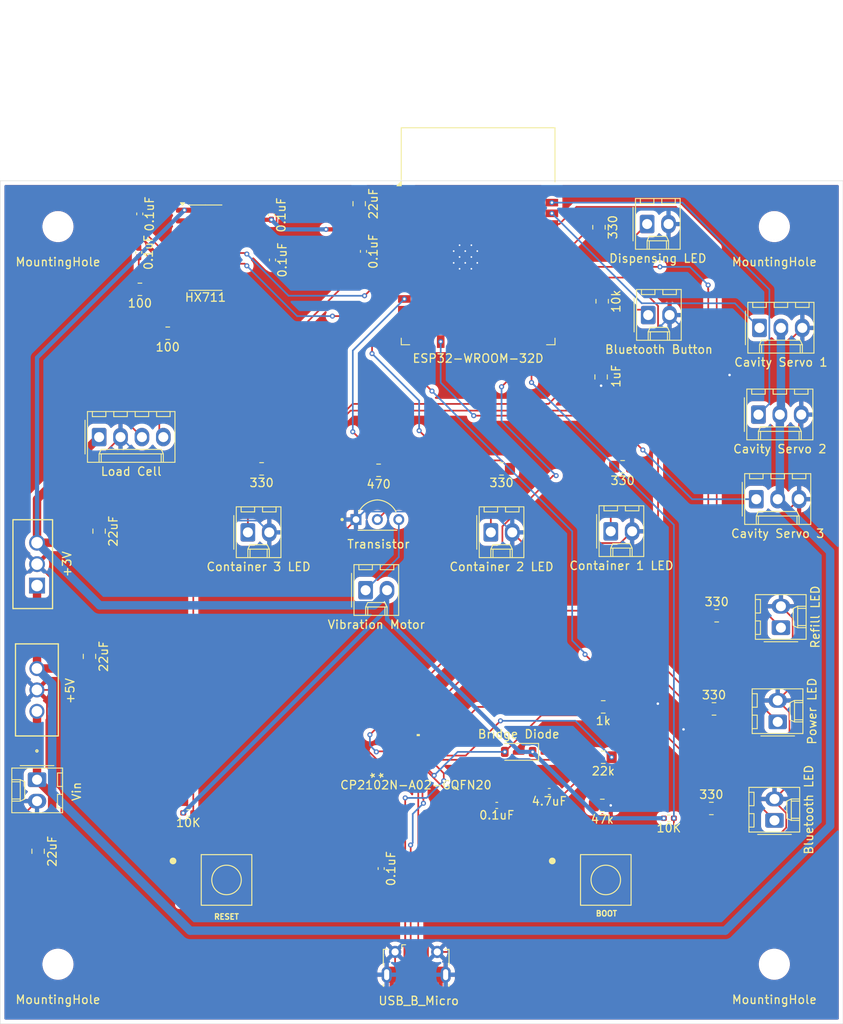
<source format=kicad_pcb>
(kicad_pcb (version 20240108) (generator "pcbnew") (generator_version "8.0")
  (layers (0 "F.Cu" signal) (31 "B.Cu" signal) (34 "B.Paste" user) (35 "F.Paste" user) (36 "B.SilkS" user "B.Silkscreen") (37 "F.SilkS" user "F.Silkscreen") (38 "B.Mask" user) (39 "F.Mask" user) (44 "Edge.Cuts" user))
  (net 0 "")
  (net 1 "GND")
  (net 2 "+3.3V")
  (net 3 "+5V")
  (net 4 "Net-(J2-Pin_1)")
  (net 5 "/Bluetooth Button")
  (net 6 "Net-(U5-VBG)")
  (net 7 "Net-(U5-INA-)")
  (net 8 "Net-(U5-INA+)")
  (net 9 "/D-")
  (net 10 "/D+")
  (net 12 "Net-(J3-Pin_1)")
  (net 13 "Net-(J4-Pin_1)")
  (net 14 "Net-(J5-Pin_1)")
  (net 15 "Net-(J6-Pin_1)")
  (net 16 "Net-(J7-Pin_1)")
  (net 17 "Net-(J8-Pin_1)")
  (net 18 "Net-(J9-Pin_1)")
  (net 19 "Net-(J10-Pin_1)")
  (net 20 "/Singal -")
  (net 21 "/Signal +")
  (net 22 "Net-(J12-Pin_1)")
  (net 23 "/Servo Signal 1")
  (net 24 "/Servo Signal 2")
  (net 25 "/Servo Signal 3")
  (net 26 "Net-(Q1-Pad2)")
  (net 27 "Net-(U1-EN)")
  (net 28 "Net-(U1-IO0)")
  (net 29 "/Power LED")
  (net 30 "/Refill LED")
  (net 31 "/Dispensing LED")
  (net 32 "/Bluetooth LED")
  (net 33 "/Container 1 LED")
  (net 34 "/Container 2 LED")
  (net 35 "/Container 3 LED")
  (net 36 "/Vibration Motor")
  (net 38 "/TXD0")
  (net 39 "/HX711 Digital Output")
  (net 45 "/RXD0")
  (net 51 "/HX711 PD_SCK")
  (net 59 "/VREGIN")
  (net 60 "Net-(D2-A)")
  (net 61 "Net-(U6-RSTB)")
  (net 62 "Net-(U6-VBUS)")
  (footprint "4-1437565-9:TE_4-1437565-9" (layer "F.Cu") (at 142.5 130)
    (property "Reference" "SW1" (hide yes))
    (property "Value" "RESET")
  )
  (footprint "Connector_Molex:Molex_KK-254_AE-6410-04A_1x04_P2.54mm_Vertical" (layer "F.Cu") (at 127.381 77.47)
    (property "Reference" "J11" (hide yes))
    (property "Value" "Load Cell")
  )
  (footprint "MountingHole:MountingHole_3.2mm_M3" (layer "F.Cu") (at 207.5 52.5)
    (property "Reference" "H2" (hide yes))
    (property "Value" "MountingHole")
  )
  (footprint "Capacitor_SMD:C_0402_1005Metric_Pad0.74x0.62mm_HandSolder" (layer "F.Cu") (at 147.955 56.4555 90)
    (property "Reference" "C10" (hide yes))
    (property "Value" "0.1uF")
  )
  (footprint "Connector_Molex:Molex_KK-254_AE-6410-02A_1x02_P2.54mm_Vertical" (layer "F.Cu") (at 188.087 88.646)
    (property "Reference" "J8" (hide yes))
    (property "Value" "Container 1 LED")
  )
  (footprint "Capacitor_SMD:C_0402_1005Metric_Pad0.74x0.62mm_HandSolder" (layer "F.Cu") (at 160.8495 128.651 90)
    (property "Reference" "C2" (hide yes))
    (property "Value" "0.1uF")
  )
  (footprint "KiCADv6 2:TO-220_ONS" (layer "F.Cu") (at 120 110 90)
    (property "Reference" "U3" (hide yes))
    (property "Value" "+5V")
  )
  (footprint "Capacitor_SMD:C_0402_1005Metric_Pad0.74x0.62mm_HandSolder" (layer "F.Cu") (at 147.828 51.1215 90)
    (property "Reference" "C11" (hide yes))
    (property "Value" "0.1uF")
  )
  (footprint "Resistor_SMD:R_0805_2012Metric_Pad1.20x1.40mm_HandSolder" (layer "F.Cu") (at 135.525 65.151)
    (property "Reference" "R13" (hide yes))
    (property "Value" "100")
  )
  (footprint "Capacitor_SMD:C_0805_2012Metric_Pad1.18x1.45mm_HandSolder" (layer "F.Cu") (at 120.142 126.5975 90)
    (property "Reference" "C5" (hide yes))
    (property "Value" "22uF")
  )
  (footprint "Connector_Molex:Molex_KK-254_AE-6410-02A_1x02_P2.54mm_Vertical" (layer "F.Cu") (at 208.28 100.076 90)
    (property "Reference" "J4" (hide yes))
    (property "Value" "Refill LED")
  )
  (footprint "Capacitor_SMD:C_0805_2012Metric_Pad1.18x1.45mm_HandSolder" (layer "F.Cu") (at 127.381 88.6245 90)
    (property "Reference" "C12" (hide yes))
    (property "Value" "22uF")
  )
  (footprint "Resistor_SMD:R_0805_2012Metric_Pad1.20x1.40mm_HandSolder" (layer "F.Cu") (at 187.198 115.443)
    (property "Reference" "R15" (hide yes))
    (property "Value" "22k")
  )
  (footprint "Package_SO:SOP-16_3.9x9.9mm_P1.27mm" (layer "F.Cu") (at 140 55)
    (property "Reference" "U5" (hide yes))
    (property "Value" "HX711")
  )
  (footprint "Capacitor_SMD:C_0805_2012Metric_Pad1.18x1.45mm_HandSolder" (layer "F.Cu") (at 158.242 49.784 90)
    (property "Reference" "C1" (hide yes))
    (property "Value" "22uF")
  )
  (footprint "Resistor_SMD:R_0805_2012Metric_Pad1.20x1.40mm_HandSolder" (layer "F.Cu") (at 175.1285 81.239)
    (property "Reference" "R9" (hide yes))
    (property "Value" "330")
  )
  (footprint "Resistor_SMD:R_0805_2012Metric_Pad1.20x1.40mm_HandSolder" (layer "F.Cu") (at 187.198 109.474)
    (property "Reference" "R14" (hide yes))
    (property "Value" "1k")
  )
  (footprint "Connector_Molex:Molex_KK-254_AE-6410-03A_1x03_P2.54mm_Vertical" (layer "F.Cu") (at 205.74 64.516)
    (property "Reference" "J13" (hide yes))
    (property "Value" "Cavity Servo 1")
  )
  (footprint "Capacitor_SMD:C_0402_1005Metric_Pad0.74x0.62mm_HandSolder" (layer "F.Cu") (at 180.7885 119.507)
    (property "Reference" "C4" (hide yes))
    (property "Value" "4.7uF")
  )
  (footprint "KiCADv6 3:QFN20_CP2102N_SIL" (layer "F.Cu") (at 165 115 90)
    (property "Reference" "U6" (hide yes))
    (property "Value" "CP2102N-A02-GQFN20")
  )
  (footprint "Resistor_SMD:R_0805_2012Metric_Pad1.20x1.40mm_HandSolder" (layer "F.Cu") (at 146.6625 81.239)
    (property "Reference" "R10" (hide yes))
    (property "Value" "330")
  )
  (footprint "Resistor_SMD:R_0805_2012Metric_Pad1.20x1.40mm_HandSolder" (layer "F.Cu") (at 200.025 121.523 180)
    (property "Reference" "R7" (hide yes))
    (property "Value" "330")
  )
  (footprint "Capacitor_SMD:C_0805_2012Metric_Pad1.18x1.45mm_HandSolder" (layer "F.Cu") (at 186.944 70.3365 -90)
    (property "Reference" "C6" (hide yes))
    (property "Value" "1uF")
  )
  (footprint "MountingHole:MountingHole_3.2mm_M3" (layer "F.Cu") (at 122.5 140)
    (property "Reference" "H3" (hide yes))
    (property "Value" "MountingHole")
  )
  (footprint "MountingHole:MountingHole_3.2mm_M3" (layer "F.Cu") (at 207.5 140)
    (property "Reference" "H4" (hide yes))
    (property "Value" "MountingHole")
  )
  (footprint "Resistor_SMD:R_0805_2012Metric_Pad1.20x1.40mm_HandSolder" (layer "F.Cu") (at 200.66 98.663 180)
    (property "Reference" "R4" (hide yes))
    (property "Value" "330")
  )
  (footprint "Resistor_SMD:R_0805_2012Metric_Pad1.20x1.40mm_HandSolder" (layer "F.Cu") (at 187.087 121.158)
    (property "Reference" "R16" (hide yes))
    (property "Value" "47k")
  )
  (footprint "Capacitor_SMD:C_0402_1005Metric_Pad0.74x0.62mm_HandSolder" (layer "F.Cu") (at 132.207 50.9945 90)
    (property "Reference" "C8" (hide yes))
    (property "Value" "0.1uF")
  )
  (footprint "Diode_SMD:D_SOD-123" (layer "F.Cu") (at 177.165 114.809 180)
    (property "Reference" "D2" (hide yes))
    (property "Value" "Bridge Diode")
  )
  (footprint "RF_Module:ESP32-WROOM-32D" (layer "F.Cu") (at 172.352 56.637)
    (property "Reference" "U1" (hide yes))
    (property "Value" "ESP32-WROOM-32D")
  )
  (footprint "Capacitor_SMD:C_0402_1005Metric_Pad0.74x0.62mm_HandSolder" (layer "F.Cu") (at 174.5655 121.158)
    (property "Reference" "C13" (hide yes))
    (property "Value" "0.1uF")
  )
  (footprint "2N2222A:TO92254P470H750-3" (layer "F.Cu") (at 160.401 84.919)
    (property "Reference" "Q1" (hide yes))
    (property "Value" "Transistor")
  )
  (footprint "Resistor_SMD:R_0805_2012Metric_Pad1.20x1.40mm_HandSolder" (layer "F.Cu") (at 160.544 81.407)
    (property "Reference" "R11" (hide yes))
    (property "Value" "470")
  )
  (footprint "4-1437565-9:TE_4-1437565-9" (layer "F.Cu") (at 187.5 130)
    (property "Reference" "SW2" (hide yes))
    (property "Value" "BOOT")
  )
  (footprint "Capacitor_SMD:C_0402_1005Metric_Pad0.74x0.62mm_HandSolder" (layer "F.Cu") (at 158.75 55.4395 90)
    (property "Reference" "C3" (hide yes))
    (property "Value" "0.1uF")
  )
  (footprint "Resistor_SMD:R_0402_1005Metric_Pad0.72x0.64mm_HandSolder" (layer "F.Cu") (at 137.9595 122.047)
    (property "Reference" "R1" (hide yes))
    (property "Value" "10K")
  )
  (footprint "Connector_Molex:Molex_KK-254_AE-6410-03A_1x03_P2.54mm_Vertical" (layer "F.Cu") (at 205.613 74.803)
    (property "Reference" "J14" (hide yes))
    (property "Value" "Cavity Servo 2")
  )
  (footprint "Connector_Molex:Molex_KK-254_AE-6410-02A_1x02_P2.54mm_Vertical" (layer "F.Cu") (at 192.532 62.992)
    (property "Reference" "J6" (hide yes))
    (property "Value" "Bluetooth Button")
  )
  (footprint "Resistor_SMD:R_0805_2012Metric_Pad1.20x1.40mm_HandSolder" (layer "F.Cu") (at 200.341 109.7145 180)
    (property "Reference" "R3" (hide yes))
    (property "Value" "330")
  )
  (footprint "Connector_Molex:Molex_KK-254_AE-6410-02A_1x02_P2.54mm_Vertical" (layer "F.Cu") (at 192.405 52.197)
    (property "Reference" "J5" (hide yes))
    (property "Value" "Dispensing LED")
  )
  (footprint "Resistor_SMD:R_0805_2012Metric_Pad1.20x1.40mm_HandSolder" (layer "F.Cu") (at 132.223 59.944)
    (property "Reference" "R12" (hide yes))
    (property "Value" "100")
  )
  (footprint "MountingHole:MountingHole_3.2mm_M3" (layer "F.Cu") (at 122.5 52.5)
    (property "Reference" "H1" (hide yes))
    (property "Value" "MountingHole")
  )
  (footprint "Resistor_SMD:R_0805_2012Metric_Pad1.20x1.40mm_HandSolder" (layer "F.Cu") (at 187.071 61.357 90)
    (property "Reference" "R6" (hide yes))
    (property "Value" "10k")
  )
  (footprint "KiCADv6:T03B" (layer "F.Cu") (at 118.999 90 90)
    (property "Reference" "U4" (hide yes))
    (property "Value" "+3V")
  )
  (footprint "Connector_Molex:Molex_KK-254_AE-6410-03A_1x03_P2.54mm_Vertical" (layer "F.Cu") (at 205.359 84.836)
    (property "Reference" "J15" (hide yes))
    (property "Value" "Cavity Servo 3")
  )
  (footprint "Resistor_SMD:R_0805_2012Metric_Pad1.20x1.40mm_HandSolder" (layer "F.Cu") (at 186.69 52.578 90)
    (property "Reference" "R5" (hide yes))
    (property "Value" "330")
  )
  (footprint "Resistor_SMD:R_0805_2012Metric_Pad1.20x1.40mm_HandSolder" (layer "F.Cu") (at 189.4975 80.985)
    (property "Reference" "R8" (hide yes))
    (property "Value" "330")
  )
  (footprint "Connector_Molex:Molex_KK-254_AE-6410-02A_1x02_P2.54mm_Vertical" (layer "F.Cu") (at 207.899 111.252 90)
    (property "Reference" "J3" (hide yes))
    (property "Value" "Power LED")
  )
  (footprint "Connector_Molex:Molex_KK-254_AE-6410-02A_1x02_P2.54mm_Vertical" (layer "F.Cu") (at 145.034 88.773)
    (property "Reference" "J10" (hide yes))
    (property "Value" "Container 3 LED")
  )
  (footprint "Connector_Molex:Molex_KK-254_AE-6410-02A_1x02_P2.54mm_Vertical" (layer "F.Cu") (at 120.015 118.11 -90)
    (property "Reference" "J2" (hide yes))
    (property "Value" "Vin")
  )
  (footprint "Resistor_SMD:R_0402_1005Metric_Pad0.72x0.64mm_HandSolder" (layer "F.Cu") (at 194.9825 122.682)
    (property "Reference" "R2" (hide yes))
    (property "Value" "10K")
  )
  (footprint "Connector_USB:USB_Micro-B_Molex-105017-0001" (layer "F.Cu") (at 165 140)
    (property "Reference" "J1" (hide yes))
    (property "Value" "USB_B_Micro")
  )
  (footprint "Capacitor_SMD:C_0805_2012Metric_Pad1.18x1.45mm_HandSolder" (layer "F.Cu") (at 126.238 103.4835 90)
    (property "Reference" "C7" (hide yes))
    (property "Value" "22uF")
  )
  (footprint "Capacitor_SMD:C_0402_1005Metric_Pad0.74x0.62mm_HandSolder" (layer "F.Cu") (at 132.08 55.5665 90)
    (property "Reference" "C9" (hide yes))
    (property "Value" "0.1uF")
  )
  (footprint "Connector_Molex:Molex_KK-254_AE-6410-02A_1x02_P2.54mm_Vertical" (layer "F.Cu") (at 159.004 95.631)
    (property "Reference" "J12" (hide yes))
    (property "Value" "Vibration Motor")
  )
  (footprint "Connector_Molex:Molex_KK-254_AE-6410-02A_1x02_P2.54mm_Vertical" (layer "F.Cu") (at 173.863 88.773)
    (property "Reference" "J9" (hide yes))
    (property "Value" "Container 2 LED")
  )
  (footprint "Connector_Molex:Molex_KK-254_AE-6410-02A_1x02_P2.54mm_Vertical" (layer "F.Cu") (at 207.518 122.936 90)
    (property "Reference" "J7" (hide yes))
    (property "Value" "Bluetooth LED")
  )
  (gr_rect (start 115.646 47.066) (end 215.646 147.066) (stroke (width 0.05)) (fill none) (layer "Edge.Cuts"))
  (segment (start 133.335 127.635) (end 137.95 132.25) (width 0.2) (layer "F.Cu") (net 1))
  (segment (start 175.133 124.433) (end 182.95 132.25) (width 0.2) (layer "F.Cu") (net 1))
  (segment (start 210.439 84.836) (end 210.439 75.057) (width 0.2) (layer "F.Cu") (net 1))
  (segment (start 162.5 138.5375) (end 162.5 140.8375) (width 0.2) (layer "F.Cu") (net 1))
  (segment (start 147.955 55.888) (end 148.438 55.405) (width 0.2) (layer "F.Cu") (net 1))
  (segment (start 131.953 105.029) (end 131.953 110.363) (width 0.2) (layer "F.Cu") (net 1))
  (segment (start 127.381 87.587) (end 127.381 80.01) (width 0.2) (layer "F.Cu") (net 1))
  (segment (start 137.5 55.635) (end 137.5 54.365) (width 0.2) (layer "F.Cu") (net 1))
  (segment (start 121.557 107.46) (end 120 107.46) (width 0.2) (layer "F.Cu") (net 1))
  (segment (start 194.945 62.865) (end 195.072 62.992) (width 0.2) (layer "F.Cu") (net 1))
  (segment (start 147.574 102.956529) (end 161.720871 117.1034) (width 0.2) (layer "F.Cu") (net 1))
  (segment (start 156.337 88.773) (end 157.861 87.249) (width 0.2) (layer "F.Cu") (net 1))
  (segment (start 137.5 54.365) (end 138.499999 54.365) (width 0.2) (layer "F.Cu") (net 1))
  (segment (start 166.3 138.5375) (end 166.3 136.849) (width 0.2) (layer "F.Cu") (net 1))
  (segment (start 210.693 74.803) (end 210.693 64.643) (width 0.2) (layer "F.Cu") (net 1))
  (segment (start 168.5 139.5375) (end 167.5 138.5375) (width 0.2) (layer "F.Cu") (net 1))
  (segment (start 137.95 132.25) (end 147.05 132.25) (width 0.2) (layer "F.Cu") (net 1))
  (segment (start 166.642 60.317) (end 170.852 56.107) (width 0.2) (layer "F.Cu") (net 1))
  (segment (start 170.899 132.25) (end 182.95 132.25) (width 0.2) (layer "F.Cu") (net 1))
  (segment (start 177.671 90.041) (end 189.232 90.041) (width 0.2) (layer "F.Cu") (net 1))
  (segment (start 176.6625 138.5375) (end 182.95 132.25) (width 0.2) (layer "F.Cu") (net 1))
  (segment (start 196.723 112.141) (end 193.675 109.093) (width 0.2) (layer "F.Cu") (net 1))
  (segment (start 129.921 77.47) (end 129.921 52.713) (width 0.2) (layer "F.Cu") (net 1))
  (segment (start 181.356 119.126) (end 180.467 118.237) (width 0.2) (layer "F.Cu") (net 1))
  (segment (start 165.677063 113.676126) (end 165.750189 113.603) (width 0.2) (layer "F.Cu") (net 1))
  (segment (start 137.5 55.635) (end 139.589448 55.635) (width 0.2) (layer "F.Cu") (net 1))
  (segment (start 168.5 141.2375) (end 168.5 139.5375) (width 0.2) (layer "F.Cu") (net 1))
  (segment (start 118.935256 126.428256) (end 120.142 127.635) (width 0.2) (layer "F.Cu") (net 1))
  (segment (start 210.693 64.643) (end 210.82 64.516) (width 0.2) (layer "F.Cu") (net 1))
  (segment (start 118.935256 121.729744) (end 118.935256 126.428256) (width 0.2) (layer "F.Cu") (net 1))
  (segment (start 209.675 106.936) (end 209.675 98.931) (width 0.2) (layer "F.Cu") (net 1))
  (segment (start 207.518 120.686256) (end 208.913 122.081256) (width 0.2) (layer "F.Cu") (net 1))
  (segment (start 129.921 98.763) (end 129.921 77.47) (width 0.2) (layer "F.Cu") (net 1))
  (segment (start 136.145 54.365) (end 137.5 54.365) (width 0.2) (layer "F.Cu") (net 1))
  (segment (start 126.238 102.446) (end 129.37 102.446) (width 0.2) (layer "F.Cu") (net 1))
  (segment (start 164.676811 117.1034) (end 164.749937 117.030274) (width 0.2) (layer "F.Cu") (net 1))
  (segment (start 165.677063 114.322937) (end 165.677063 113.676126) (width 0.2) (layer "F.Cu") (net 1))
  (segment (start 128.524 113.792) (end 127.889 113.792) (width 0.2) (layer "F.Cu") (net 1))
  (segment (start 164.749937 117.030274) (end 164.749937 116.397) (width 0.2) (layer "F.Cu") (net 1))
  (segment (start 162.8355 48.7465) (end 158.242 48.7465) (width 0.2) (layer "F.Cu") (net 1))
  (segment (start 164.749937 116.397) (end 164.749937 115.250063) (width 0.2) (layer "F.Cu") (net 1))
  (segment (start 209.294 110.107) (end 207.899 108.712) (width 0.2) (layer "F.Cu") (net 1))
  (segment (start 164.532 48.387) (end 163.602 48.387) (width 0.2) (layer "F.Cu") (net 1))
  (segment (start 166.642 66.147) (end 166.642 60.317) (width 0.2) (layer "F.Cu") (net 1))
  (segment (start 147.955 55.888) (end 148.565 56.498) (width 0.2) (layer "F.Cu") (net 1))
  (segment (start 147.574 88.773) (end 147.574 102.956529) (width 0.2) (layer "F.Cu") (net 1))
  (segment (start 156.2125 132.25) (end 162.5 138.5375) (width 0.2) (layer "F.Cu") (net 1))
  (segment (start 126.238 102.446) (end 129.921 98.763) (width 0.2) (layer "F.Cu") (net 1))
  (segment (start 129.37 102.446) (end 131.953 105.029) (width 0.2) (layer "F.Cu") (net 1))
  (segment (start 205.232 70.104) (end 210.82 64.516) (width 0.2) (layer "F.Cu") (net 1))
  (segment (start 166 141.2375) (end 168.5 141.2375) (width 0.2) (layer "F.Cu") (net 1))
  (segment (start 164.749937 115.250063) (end 165 115) (width 0.2) (layer "F.Cu") (net 1))
  (segment (start 209.675 98.931) (end 208.28 97.536) (width 0.2) (layer "F.Cu") (net 1))
  (segment (start 142.129448 58.175) (end 142.5 58.175) (width 0.2) (layer "F.Cu") (net 1))
  (segment (start 180.467 118.237) (end 178.054 118.237) (width 0.2) (layer "F.Cu") (net 1))
  (segment (start 148.438 51.164) (end 147.828 50.554) (width 0.2) (layer "F.Cu") (net 1))
  (segment (start 209.294 118.62) (end 209.294 110.107) (width 0.2) (layer "F.Cu") (net 1))
  (segment (start 178.054 118.237) (end 175.133 121.158) (width 0.2) (layer "F.Cu") (net 1))
  (segment (start 166.3 136.849) (end 170.899 132.25) (width 0.2) (layer "F.Cu") (net 1))
  (segment (start 164.749937 117.030274) (end 149.530211 132.25) (width 0.2) (layer "F.Cu") (net 1))
  (segment (start 146.549 59.445) (end 142.5 59.445) (width 0.2) (layer "F.Cu") (net 1))
  (segment (start 163.195 48.387) (end 162.8355 48.7465) (width 0.2) (layer "F.Cu") (net 1))
  (segment (start 207.518 120.396) (end 207.518 120.686256) (width 0.2) (layer "F.Cu") (net 1))
  (segment (start 181.356 119.507) (end 181.356 119.126) (width 0.2) (layer "F.Cu") (net 1))
  (segment (start 164 141.2375) (end 166 141.2375) (width 0.2) (layer "F.Cu") (net 1))
  (segment (start 167.5 138.5375) (end 176.6625 138.5375) (width 0.2) (layer "F.Cu") (net 1))
  (segment (start 178.572 48.387) (end 181.102 48.387) (width 0.2) (layer "F.Cu") (net 1))
  (segment (start 139.769999 53.095) (end 142.5 53.095) (width 0.2) (layer "F.Cu") (net 1))
  (segment (start 182.95 132.25) (end 192.05 132.25) (width 0.2) (layer "F.Cu") (net 1))
  (segment (start 161.5 141.2375) (end 168.5 141.2375) (width 0.2) (layer "F.Cu") (net 1))
  (segment (start 120.015 92.54) (end 126.238 98.763) (width 0.2) (layer "F.Cu") (net 1))
  (segment (start 151.2165 128.0835) (end 147.05 132.25) (width 0.2) (layer "F.Cu") (net 1))
  (segment (start 162.1 141.2375) (end 164 141.2375) (width 0.2) (layer "F.Cu") (net 1))
  (segment (start 129.921 52.713) (end 132.207 50.427) (width 0.2) (layer "F.Cu") (net 1))
  (segment (start 147.05 132.25) (end 156.2125 132.25) (width 0.2) (layer "F.Cu") (net 1))
  (segment (start 170.852 56.107) (end 178.572 48.387) (width 0.2) (layer "F.Cu") (net 1))
  (segment (start 161.720871 117.1034) (end 164.676811 117.1034) (width 0.2) (layer "F.Cu") (net 1))
  (segment (start 127.889 113.792) (end 121.557 107.46) (width 0.2) (layer "F.Cu") (net 1))
  (segment (start 208.913 123.790744) (end 200.453744 132.25) (width 0.2) (layer "F.Cu") (net 1))
  (segment (start 207.518 120.396) (end 209.294 118.62) (width 0.2) (layer "F.Cu") (net 1))
  (segment (start 121.189 115.489) (end 137.95 132.25) (width 0.2) (layer "F.Cu") (net 1))
  (segment (start 208.913 122.081256) (end 208.913 123.790744) (width 0.2) (layer "F.Cu") (net 1))
  (segment (start 142.5 58.175) (end 142.5 59.445) (width 0.2) (layer "F.Cu") (net 1))
  (segment (start 120.142 127.635) (end 133.335 127.635) (width 0.2) (layer "F.Cu") (net 1))
  (segment (start 208.28 86.995) (end 210.439 84.836) (width 0.2) (layer "F.Cu") (net 1))
  (segment (start 149.530211 132.25) (end 147.05 132.25) (width 0.2) (layer "F.Cu") (net 1))
  (segment (start 200.453744 132.25) (end 192.05 132.25) (width 0.2) (layer "F.Cu") (net 1))
  (segment (start 156.4345 50.554) (end 158.242 48.7465) (width 0.2) (layer "F.Cu") (net 1))
  (segment (start 176.403 88.773) (end 177.671 90.041) (width 0.2) (layer "F.Cu") (net 1))
  (segment (start 132.207 50.427) (end 136.145 54.365) (width 0.2) (layer "F.Cu") (net 1))
  (segment (start 120 107.46) (end 121.189 108.649) (width 0.2) (layer "F.Cu") (net 1))
  (segment (start 207.899 108.712) (end 209.675 106.936) (width 0.2) (layer "F.Cu") (net 1))
  (segment (start 160.8495 128.0835) (end 151.2165 128.0835) (width 0.2) (layer "F.Cu") (net 1))
  (segment (start 147.828 50.554) (end 156.4345 50.554) (width 0.2) (layer "F.Cu") (net 1))
  (segment (start 127.381 80.01) (end 129.921 77.47) (width 0.2) (layer "F.Cu") (net 1))
  (segment (start 170.852 54.707) (end 164.532 48.387) (width 0.2) (layer "F.Cu") (net 1))
  (segment (start 189.232 90.041) (end 190.627 88.646) (width 0.2) (layer "F.Cu") (net 1))
  (segment (start 194.945 52.197) (end 194.945 62.865) (width 0.2) (layer "F.Cu") (net 1))
  (segment (start 148.565 56.498) (end 148.565 57.429) (width 0.2) (layer "F.Cu") (net 1))
  (segment (start 120.015 120.65) (end 118.935256 121.729744) (width 0.2) (layer "F.Cu") (net 1))
  (segment (start 202.184 70.104) (end 205.232 70.104) (width 0.2) (layer "F.Cu") (net 1))
  (segment (start 131.953 110.363) (end 128.524 113.792) (width 0.2) (layer "F.Cu") (net 1))
  (segment (start 126.238 98.763) (end 126.238 102.446) (width 0.2) (layer "F.Cu") (net 1))
  (segment (start 148.438 55.405) (end 148.438 51.164) (width 0.2) (layer "F.Cu") (net 1))
  (segment (start 163.602 48.387) (end 163.195 48.387) (width 0.2) (layer "F.Cu") (net 1))
  (segment (start 139.589448 55.635) (end 142.129448 58.175) (width 0.2) (layer "F.Cu") (net 1))
  (segment (start 161.5 141.2375) (end 162.1 141.2375) (width 0.2) (layer "F.Cu") (net 1))
  (segment (start 138.499999 54.365) (end 139.769999 53.095) (width 0.2) (layer "F.Cu") (net 1))
  (segment (start 165 115) (end 165.677063 114.322937) (width 0.2) (layer "F.Cu") (net 1))
  (segment (start 121.189 108.649) (end 121.189 115.489) (width 0.2) (layer "F.Cu") (net 1))
  (segment (start 175.133 121.158) (end 175.133 124.433) (width 0.2) (layer "F.Cu") (net 1))
  (segment (start 210.439 75.057) (end 210.693 74.803) (width 0.2) (layer "F.Cu") (net 1))
  (segment (start 162.5 140.8375) (end 162.1 141.2375) (width 0.2) (layer "F.Cu") (net 1))
  (segment (start 148.971 54.872) (end 147.955 55.888) (width 0.2) (layer "F.Cu") (net 1))
  (segment (start 142.5 53.095) (end 142.5 51.825) (width 0.2) (layer "F.Cu") (net 1))
  (segment (start 147.574 88.773) (end 156.337 88.773) (width 0.2) (layer "F.Cu") (net 1))
  (segment (start 148.565 57.429) (end 146.549 59.445) (width 0.2) (layer "F.Cu") (net 1))
  (segment (start 158.75 54.872) (end 148.971 54.872) (width 0.2) (layer "F.Cu") (net 1))
  (segment (start 208.28 97.536) (end 208.28 86.995) (width 0.2) (layer "F.Cu") (net 1))
  (via (at 196.723 112.141) (size 0.6) (drill 0.3) (layers "F.Cu" "B.Cu") (net 1))
  (via (at 186.944 71.374) (size 0.6) (drill 0.3) (layers "F.Cu" "B.Cu") (net 1))
  (via (at 188.087 121.158) (size 0.6) (drill 0.3) (layers "F.Cu" "B.Cu") (net 1))
  (via (at 202.184 70.104) (size 0.6) (drill 0.3) (layers "F.Cu" "B.Cu") (net 1))
  (via (at 193.675 109.093) (size 0.6) (drill 0.3) (layers "F.Cu" "B.Cu") (net 1))
  (segment (start 191.135 109.093) (end 189.992 110.236) (width 0.2) (layer "B.Cu") (net 1))
  (segment (start 173.93 86.3) (end 158.81 86.3) (width 0.2) (layer "B.Cu") (net 1))
  (segment (start 193.675 109.093) (end 191.135 109.093) (width 0.2) (layer "B.Cu") (net 1))
  (segment (start 204.978 120.396) (end 196.723 112.141) (width 0.2) (layer "B.Cu") (net 1))
  (segment (start 158.81 86.3) (end 157.861 87.249) (width 0.2) (layer "B.Cu") (net 1))
  (segment (start 139.829 87.378) (end 146.179 87.378) (width 0.2) (layer "B.Cu") (net 1))
  (segment (start 189.992 119.253) (end 188.087 121.158) (width 0.2) (layer "B.Cu") (net 1))
  (segment (start 195.072 62.992) (end 202.184 70.104) (width 0.2) (layer "B.Cu") (net 1))
  (segment (start 195.072 63.246) (end 186.944 71.374) (width 0.2) (layer "B.Cu") (net 1))
  (segment (start 207.518 120.396) (end 204.978 120.396) (width 0.2) (layer "B.Cu") (net 1))
  (segment (start 176.403 88.773) (end 173.93 86.3) (width 0.2) (layer "B.Cu") (net 1))
  (segment (start 129.921 77.47) (end 139.829 87.378) (width 0.2) (layer "B.Cu") (net 1))
  (segment (start 146.179 87.378) (end 147.574 88.773) (width 0.2) (layer "B.Cu") (net 1))
  (segment (start 195.072 62.992) (end 195.072 63.246) (width 0.2) (layer "B.Cu") (net 1))
  (segment (start 189.992 110.236) (end 189.992 119.253) (width 0.2) (layer "B.Cu") (net 1))
  (segment (start 159.435 55.322) (end 158.75 56.007) (width 0.35) (layer "F.Cu") (net 2))
  (segment (start 147.645 57.023) (end 143.95 53.328) (width 0.5) (layer "F.Cu") (net 2))
  (segment (start 137.5 50.555) (end 142.5 50.555) (width 0.2) (layer "F.Cu") (net 2))
  (segment (start 158.242 50.8215) (end 156.2315 52.832) (width 0.5) (layer "F.Cu") (net 2))
  (segment (start 120.015 90) (end 120.015 84.836) (width 1) (layer "F.Cu") (net 2))
  (segment (start 147.955 57.023) (end 147.645 57.023) (width 0.5) (layer "F.Cu") (net 2))
  (segment (start 127.043 90) (end 127.381 89.662) (width 1) (layer "F.Cu") (net 2))
  (segment (start 138.499999 53.095) (end 141.039999 50.555) (width 0.2) (layer "F.Cu") (net 2))
  (segment (start 158.242 50.8215) (end 159.435 52.0145) (width 0.35) (layer "F.Cu") (net 2))
  (segment (start 120.015 90) (end 127.043 90) (width 1) (layer "F.Cu") (net 2))
  (segment (start 143.499999 50.555) (end 142.5 50.555) (width 0.5) (layer "F.Cu") (net 2))
  (segment (start 137.5 53.095) (end 138.499999 53.095) (width 0.2) (layer "F.Cu") (net 2))
  (segment (start 143.082684 50.555) (end 142.5 50.555) (width 0.5) (layer "F.Cu") (net 2))
  (segment (start 147.828 51.689) (end 144.216684 51.689) (width 0.5) (layer "F.Cu") (net 2))
  (segment (start 141.039999 50.555) (end 142.5 50.555) (width 0.2) (layer "F.Cu") (net 2))
  (segment (start 143.95 53.328) (end 143.95 51.005001) (width 0.5) (layer "F.Cu") (net 2))
  (segment (start 159.4065 49.657) (end 163.602 49.657) (width 0.5) (layer "F.Cu") (net 2))
  (segment (start 120.015 84.836) (end 127.381 77.47) (width 1) (layer "F.Cu") (net 2))
  (segment (start 159.435 52.0145) (end 159.435 55.322) (width 0.35) (layer "F.Cu") (net 2))
  (segment (start 144.216684 51.689) (end 143.082684 50.555) (width 0.5) (layer "F.Cu") (net 2))
  (segment (start 143.95 51.005001) (end 143.499999 50.555) (width 0.5) (layer "F.Cu") (net 2))
  (segment (start 156.2315 52.832) (end 154.305 52.832) (width 0.5) (layer "F.Cu") (net 2))
  (segment (start 158.242 50.8215) (end 159.4065 49.657) (width 0.5) (layer "F.Cu") (net 2))
  (via (at 137.5 50.555) (size 0.6) (drill 0.3) (layers "F.Cu" "B.Cu") (net 2))
  (via (at 137.362 122.047) (size 0.6) (drill 0.3) (layers "F.Cu" "B.Cu") (net 2))
  (via (at 194.385 122.682) (size 0.6) (drill 0.3) (layers "F.Cu" "B.Cu") (net 2))
  (via (at 147.828 51.689) (size 0.6) (drill 0.3) (layers "F.Cu" "B.Cu") (net 2))
  (via (at 178.815 114.809) (size 0.6) (drill 0.3) (layers "F.Cu" "B.Cu") (net 2))
  (via (at 154.305 52.832) (size 0.6) (drill 0.3) (layers "F.Cu" "B.Cu") (net 2))
  (segment (start 120.015 90) (end 127.441 97.426) (width 1) (layer "B.Cu") (net 2))
  (segment (start 148.971 52.832) (end 147.828 51.689) (width 0.5) (layer "B.Cu") (net 2))
  (segment (start 120.015 90) (end 120.015 68.04) (width 0.5) (layer "B.Cu") (net 2))
  (segment (start 177.275786 114.809) (end 178.815 114.809) (width 0.5) (layer "B.Cu") (net 2))
  (segment (start 161.544 99.077214) (end 177.275786 114.809) (width 0.5) (layer "B.Cu") (net 2))
  (segment (start 120.015 68.04) (end 137.5 50.555) (width 0.5) (layer "B.Cu") (net 2))
  (segment (start 161.544 95.90643) (end 161.544 95.631) (width 1) (layer "B.Cu") (net 2))
  (segment (start 161.544 95.631) (end 161.544 97.865) (width 0.5) (layer "B.Cu") (net 2))
  (segment (start 161.544 95.631) (end 161.544 99.077214) (width 0.5) (layer "B.Cu") (net 2))
  (segment (start 160.02443 97.426) (end 161.544 95.90643) (width 1) (layer "B.Cu") (net 2))
  (segment (start 154.305 52.832) (end 148.971 52.832) (width 0.5) (layer "B.Cu") (net 2))
  (segment (start 127.441 97.426) (end 160.02443 97.426) (width 1) (layer "B.Cu") (net 2))
  (segment (start 161.544 97.865) (end 137.362 122.047) (width 0.5) (layer "B.Cu") (net 2))
  (segment (start 186.688 122.682) (end 194.385 122.682) (width 0.5) (layer "B.Cu") (net 2))
  (segment (start 178.815 114.809) (end 186.688 122.682) (width 0.5) (layer "B.Cu") (net 2))
  (segment (start 120.015 104.905) (end 120 104.92) (width 1) (layer "F.Cu") (net 3))
  (segment (start 120 104.92) (end 125.839 104.92) (width 1) (layer "F.Cu") (net 3))
  (segment (start 120.015 95.08) (end 120.015 104.905) (width 1) (layer "F.Cu") (net 3))
  (segment (start 125.839 104.92) (end 126.238 104.521) (width 1) (layer "F.Cu") (net 3))
  (segment (start 121.81 106.73) (end 121.81 119.651) (width 1) (layer "B.Cu") (net 3))
  (segment (start 120 104.92) (end 121.81 106.73) (width 1) (layer "B.Cu") (net 3))
  (segment (start 208.28 64.516) (end 208.28 74.676) (width 1) (layer "B.Cu") (net 3))
  (segment (start 208.28 74.676) (end 208.153 74.803) (width 1) (layer "B.Cu") (net 3))
  (segment (start 201.676 136.017) (end 214.122 123.571) (width 1) (layer "B.Cu") (net 3))
  (segment (start 138.176 136.017) (end 201.676 136.017) (width 1) (layer "B.Cu") (net 3))
  (segment (start 208.153 84.582) (end 207.899 84.836) (width 1) (layer "B.Cu") (net 3))
  (segment (start 208.153 74.803) (end 208.153 84.582) (width 1) (layer "B.Cu") (net 3))
  (segment (start 214.122 91.059) (end 207.899 84.836) (width 1) (layer "B.Cu") (net 3))
  (segment (start 214.122 123.571) (end 214.122 91.059) (width 1) (layer "B.Cu") (net 3))
  (segment (start 121.81 119.651) (end 138.176 136.017) (width 1) (layer "B.Cu") (net 3))
  (segment (start 121.81 123.892) (end 120.142 125.56) (width 1) (layer "F.Cu") (net 4))
  (segment (start 120.015 118.11) (end 121.81 119.905) (width 1) (layer "F.Cu") (net 4))
  (segment (start 120.015 118.11) (end 120.015 110.015) (width 1) (layer "F.Cu") (net 4))
  (segment (start 120.015 110.015) (end 120 110) (width 1) (layer "F.Cu") (net 4))
  (segment (start 121.81 119.905) (end 121.81 123.892) (width 1) (layer "F.Cu") (net 4))
  (segment (start 187.071 60.357) (end 186.341 61.087) (width 0.2) (layer "F.Cu") (net 5))
  (segment (start 186.944 66.399) (end 181.632 61.087) (width 0.2) (layer "F.Cu") (net 5))
  (segment (start 186.341 61.087) (end 181.102 61.087) (width 0.2) (layer "F.Cu") (net 5))
  (segment (start 181.632 61.087) (end 181.102 61.087) (width 0.2) (layer "F.Cu") (net 5))
  (segment (start 186.944 69.299) (end 186.944 66.399) (width 0.2) (layer "F.Cu") (net 5))
  (segment (start 132.207 52.611999) (end 136.500001 56.905) (width 0.2) (layer "F.Cu") (net 6))
  (segment (start 132.207 51.562) (end 132.207 52.611999) (width 0.2) (layer "F.Cu") (net 6))
  (segment (start 136.500001 56.905) (end 137.5 56.905) (width 0.2) (layer "F.Cu") (net 6))
  (segment (start 136.525 65.151) (end 138.8 62.876) (width 0.2) (layer "F.Cu") (net 7))
  (segment (start 135.256 58.175) (end 137.5 58.175) (width 0.2) (layer "F.Cu") (net 7))
  (segment (start 138.185 58.175) (end 137.5 58.175) (width 0.2) (layer "F.Cu") (net 7))
  (segment (start 132.08 54.999) (end 135.256 58.175) (width 0.2) (layer "F.Cu") (net 7))
  (segment (start 138.8 62.876) (end 138.8 58.79) (width 0.2) (layer "F.Cu") (net 7))
  (segment (start 138.8 58.79) (end 138.185 58.175) (width 0.2) (layer "F.Cu") (net 7))
  (segment (start 133.223 59.944) (end 137.001 59.944) (width 0.2) (layer "F.Cu") (net 8))
  (segment (start 132.08 58.801) (end 133.223 59.944) (width 0.2) (layer "F.Cu") (net 8))
  (segment (start 137.001 59.944) (end 137.5 59.445) (width 0.2) (layer "F.Cu") (net 8))
  (segment (start 132.08 56.134) (end 132.08 58.801) (width 0.2) (layer "F.Cu") (net 8))
  (segment (start 164.35 138.5375) (end 164.35 125.869) (width 0.2) (layer "F.Cu") (net 9))
  (segment (start 164.35 125.869) (end 164.338 125.857) (width 0.2) (layer "F.Cu") (net 9))
  (segment (start 165.862 120.396) (end 165.750189 120.284189) (width 0.2) (layer "F.Cu") (net 9))
  (segment (start 165.862 120.904) (end 165.862 120.396) (width 0.2) (layer "F.Cu") (net 9))
  (segment (start 165.750189 120.284189) (end 165.750189 116.397) (width 0.2) (layer "F.Cu") (net 9))
  (via (at 164.338 125.857) (size 0.6) (drill 0.3) (layers "F.Cu" "B.Cu") (net 9))
  (via (at 165.862 120.904) (size 0.6) (drill 0.3) (layers "F.Cu" "B.Cu") (net 9))
  (segment (start 164.338 125.857) (end 164.592 125.603) (width 0.2) (layer "B.Cu") (net 9))
  (segment (start 164.592 125.603) (end 164.592 122.174) (width 0.2) (layer "B.Cu") (net 9))
  (segment (start 164.592 122.174) (end 165.862 120.904) (width 0.2) (layer "B.Cu") (net 9))
  (segment (start 165 137.812563) (end 165 138.5375) (width 0.2) (layer "F.Cu") (net 10))
  (segment (start 165.250063 116.397) (end 165.250063 137.5625) (width 0.2) (layer "F.Cu") (net 10))
  (segment (start 165.250063 137.5625) (end 165 137.812563) (width 0.2) (layer "F.Cu") (net 10))
  (segment (start 206.3615 109.7145) (end 207.899 111.252) (width 0.2) (layer "F.Cu") (net 12))
  (segment (start 201.341 109.7145) (end 206.3615 109.7145) (width 0.2) (layer "F.Cu") (net 12))
  (segment (start 206.867 98.663) (end 208.28 100.076) (width 0.2) (layer "F.Cu") (net 13))
  (segment (start 201.66 98.663) (end 206.867 98.663) (width 0.2) (layer "F.Cu") (net 13))
  (segment (start 186.69 53.578) (end 191.024 53.578) (width 0.2) (layer "F.Cu") (net 14))
  (segment (start 191.024 53.578) (end 192.405 52.197) (width 0.2) (layer "F.Cu") (net 14))
  (segment (start 191.897 62.357) (end 192.532 62.992) (width 0.2) (layer "F.Cu") (net 15))
  (segment (start 187.071 62.357) (end 191.897 62.357) (width 0.2) (layer "F.Cu") (net 15))
  (segment (start 201.025 121.523) (end 206.105 121.523) (width 0.2) (layer "F.Cu") (net 16))
  (segment (start 206.105 121.523) (end 207.518 122.936) (width 0.2) (layer "F.Cu") (net 16))
  (segment (start 188.087 88.646) (end 188.087 81.3955) (width 0.2) (layer "F.Cu") (net 17))
  (segment (start 188.087 81.3955) (end 188.4975 80.985) (width 0.2) (layer "F.Cu") (net 17))
  (segment (start 173.863 81.5045) (end 174.1285 81.239) (width 0.2) (layer "F.Cu") (net 18))
  (segment (start 173.863 88.773) (end 173.863 81.5045) (width 0.2) (layer "F.Cu") (net 18))
  (segment (start 145.034 88.773) (end 145.034 81.8675) (width 0.2) (layer "F.Cu") (net 19))
  (segment (start 145.034 81.8675) (end 145.6625 81.239) (width 0.2) (layer "F.Cu") (net 19))
  (segment (start 134.525 76.994) (end 135.001 77.47) (width 0.2) (layer "F.Cu") (net 20))
  (segment (start 134.525 65.151) (end 134.525 76.994) (width 0.2) (layer "F.Cu") (net 20))
  (segment (start 131.223 76.232) (end 132.461 77.47) (width 0.2) (layer "F.Cu") (net 21))
  (segment (start 131.223 59.944) (end 131.223 76.232) (width 0.2) (layer "F.Cu") (net 21))
  (segment (start 162.941 91.694) (end 159.004 95.631) (width 0.2) (layer "B.Cu") (net 22))
  (segment (start 162.941 87.249) (end 162.941 91.694) (width 0.2) (layer "B.Cu") (net 22))
  (via (at 181.102 50.927) (size 0.6) (drill 0.3) (layers "F.Cu" "B.Cu") (net 23))
  (segment (start 202.821 61.597) (end 191.772 61.597) (width 0.2) (layer "B.Cu") (net 23))
  (segment (start 205.74 64.516) (end 202.821 61.597) (width 0.2) (layer "B.Cu") (net 23))
  (segment (start 191.772 61.597) (end 181.102 50.927) (width 0.2) (layer "B.Cu") (net 23))
  (via (at 181.102 49.657) (size 0.6) (drill 0.3) (layers "F.Cu" "B.Cu") (net 24))
  (segment (start 196.596 49.657) (end 181.102 49.657) (width 0.2) (layer "B.Cu") (net 24))
  (segment (start 206.91 73.506) (end 206.91 59.971) (width 0.2) (layer "B.Cu") (net 24))
  (segment (start 206.91 59.971) (end 196.596 49.657) (width 0.2) (layer "B.Cu") (net 24))
  (segment (start 205.613 74.803) (end 206.91 73.506) (width 0.2) (layer "B.Cu") (net 24))
  (segment (start 163.602 59.817) (end 163.072 59.817) (width 0.2) (layer "F.Cu") (net 25))
  (segment (start 146.7625 81.923744) (end 147.077756 82.239) (width 0.2) (layer "F.Cu") (net 25))
  (segment (start 157.224686 74.33) (end 187.233 74.33) (width 0.2) (layer "F.Cu") (net 25))
  (segment (start 163.072 59.817) (end 146.7625 76.1265) (width 0.2) (layer "F.Cu") (net 25))
  (segment (start 147.077756 82.239) (end 149.315686 82.239) (width 0.2) (layer "F.Cu") (net 25))
  (segment (start 187.233 74.33) (end 191.897 78.994) (width 0.2) (layer "F.Cu") (net 25))
  (segment (start 146.7625 76.1265) (end 146.7625 81.923744) (width 0.2) (layer "F.Cu") (net 25))
  (segment (start 149.315686 82.239) (end 157.224686 74.33) (width 0.2) (layer "F.Cu") (net 25))
  (via (at 191.897 78.994) (size 0.6) (drill 0.3) (layers "F.Cu" "B.Cu") (net 25))
  (segment (start 191.897 78.994) (end 197.739 84.836) (width 0.2) (layer "B.Cu") (net 25))
  (segment (start 197.739 84.836) (end 205.359 84.836) (width 0.2) (layer "B.Cu") (net 25))
  (segment (start 161.544 81.407) (end 161.544 86.106) (width 0.2) (layer "F.Cu") (net 26))
  (segment (start 161.544 86.106) (end 160.401 87.249) (width 0.2) (layer "F.Cu") (net 26))
  (segment (start 163.602 50.927) (end 163.072 50.927) (width 0.2) (layer "F.Cu") (net 27))
  (segment (start 137.95 127.75) (end 147.05 127.75) (width 0.2) (layer "F.Cu") (net 27))
  (segment (start 162.552 51.447) (end 162.552 53.348) (width 0.2) (layer "F.Cu") (net 27))
  (segment (start 138.557 122.047) (end 138.557 127.143) (width 0.2) (layer "F.Cu") (net 27))
  (segment (start 138.557 77.343) (end 138.557 122.047) (width 0.2) (layer "F.Cu") (net 27))
  (segment (start 162.552 53.348) (end 138.557 77.343) (width 0.2) (layer "F.Cu") (net 27))
  (segment (start 163.072 50.927) (end 162.552 51.447) (width 0.2) (layer "F.Cu") (net 27))
  (segment (start 138.557 127.143) (end 137.95 127.75) (width 0.2) (layer "F.Cu") (net 27))
  (segment (start 181.102 66.548) (end 178.689 68.961) (width 0.2) (layer "F.Cu") (net 28))
  (segment (start 195.58 124.22) (end 192.05 127.75) (width 0.2) (layer "F.Cu") (net 28))
  (segment (start 182.95 127.75) (end 192.05 127.75) (width 0.2) (layer "F.Cu") (net 28))
  (segment (start 195.58 122.682) (end 195.58 124.22) (width 0.2) (layer "F.Cu") (net 28))
  (segment (start 181.102 64.897) (end 181.102 66.548) (width 0.2) (layer "F.Cu") (net 28))
  (segment (start 178.689 68.961) (end 178.689 70.993) (width 0.2) (layer "F.Cu") (net 28))
  (via (at 178.689 70.993) (size 0.6) (drill 0.3) (layers "F.Cu" "B.Cu") (net 28))
  (via (at 195.58 122.682) (size 0.6) (drill 0.3) (layers "F.Cu" "B.Cu") (net 28))
  (segment (start 195.58 87.884) (end 195.58 122.682) (width 0.2) (layer "B.Cu") (net 28))
  (segment (start 178.689 70.993) (end 195.58 87.884) (width 0.2) (layer "B.Cu") (net 28))
  (segment (start 181.102 58.547) (end 190.336744 58.547) (width 0.2) (layer "F.Cu") (net 29))
  (segment (start 193.702 104.0755) (end 199.341 109.7145) (width 0.2) (layer "F.Cu") (net 29))
  (segment (start 190.336744 58.547) (end 193.702 61.912256) (width 0.2) (layer "F.Cu") (net 29))
  (segment (start 193.702 61.912256) (end 193.702 104.0755) (width 0.2) (layer "F.Cu") (net 29))
  (segment (start 199.644 59.436) (end 199.644 59.944) (width 0.2) (layer "F.Cu") (net 30))
  (segment (start 181.102 57.277) (end 193.929 57.277) (width 0.2) (layer "F.Cu") (net 30))
  (segment (start 199.66 59.96) (end 199.66 98.663) (width 0.2) (layer "F.Cu") (net 30))
  (segment (start 199.644 59.944) (end 199.66 59.96) (width 0.2) (layer "F.Cu") (net 30))
  (via (at 199.644 59.436) (size 0.6) (drill 0.3) (layers "F.Cu" "B.Cu") (net 30))
  (via (at 193.929 57.277) (size 0.6) (drill 0.3) (layers "F.Cu" "B.Cu") (net 30))
  (segment (start 197.485 57.277) (end 199.644 59.436) (width 0.2) (layer "B.Cu") (net 30))
  (segment (start 193.929 57.277) (end 197.485 57.277) (width 0.2) (layer "B.Cu") (net 30))
  (segment (start 186.69 51.578) (end 183.531 54.737) (width 0.2) (layer "F.Cu") (net 31))
  (segment (start 183.531 54.737) (end 181.102 54.737) (width 0.2) (layer "F.Cu") (net 31))
  (segment (start 164.652 62.457) (end 164.652 69.783) (width 0.2) (layer "F.Cu") (net 32))
  (segment (start 164.552 62.357) (end 164.652 62.457) (width 0.2) (layer "F.Cu") (net 32))
  (segment (start 185.039 103.251) (end 199.025 117.237) (width 0.2) (layer "F.Cu") (net 32))
  (segment (start 163.602 62.357) (end 164.552 62.357) (width 0.2) (layer "F.Cu") (net 32))
  (segment (start 164.652 69.783) (end 166.878 72.009) (width 0.2) (layer "F.Cu") (net 32))
  (segment (start 199.025 117.237) (end 199.025 121.523) (width 0.2) (layer "F.Cu") (net 32))
  (via (at 166.878 72.009) (size 0.6) (drill 0.3) (layers "F.Cu" "B.Cu") (net 32))
  (via (at 185.039 103.251) (size 0.6) (drill 0.3) (layers "F.Cu" "B.Cu") (net 32))
  (segment (start 183.515 101.6) (end 185.039 103.124) (width 0.2) (layer "B.Cu") (net 32))
  (segment (start 183.515 88.646) (end 183.515 101.6) (width 0.2) (layer "B.Cu") (net 32))
  (segment (start 166.878 72.009) (end 183.515 88.646) (width 0.2) (layer "B.Cu") (net 32))
  (segment (start 185.039 103.124) (end 185.039 103.251) (width 0.2) (layer "B.Cu") (net 32))
  (segment (start 184.4425 74.93) (end 171.831 74.93) (width 0.2) (layer "F.Cu") (net 33))
  (segment (start 190.4975 80.985) (end 184.4425 74.93) (width 0.2) (layer "F.Cu") (net 33))
  (via (at 171.831 74.93) (size 0.6) (drill 0.3) (layers "F.Cu" "B.Cu") (net 33))
  (via (at 167.912 66.147) (size 0.6) (drill 0.3) (layers "F.Cu" "B.Cu") (net 33))
  (segment (start 171.831 74.93) (end 167.912 71.011) (width 0.2) (layer "B.Cu") (net 33))
  (segment (start 167.912 71.011) (end 167.912 66.147) (width 0.2) (layer "B.Cu") (net 33))
  (segment (start 175.1285 80.239) (end 168.885 80.239) (width 0.2) (layer "F.Cu") (net 34))
  (segment (start 162.652 63.627) (end 163.602 63.627) (width 0.2) (layer "F.Cu") (net 34))
  (segment (start 159.766 67.564) (end 159.766 66.513) (width 0.2) (layer "F.Cu") (net 34))
  (segment (start 159.766 66.513) (end 162.652 63.627) (width 0.2) (layer "F.Cu") (net 34))
  (segment (start 168.885 80.239) (end 165.354 76.708) (width 0.2) (layer "F.Cu") (net 34))
  (segment (start 176.1285 81.239) (end 175.1285 80.239) (width 0.2) (layer "F.Cu") (net 34))
  (via (at 159.766 67.564) (size 0.6) (drill 0.3) (layers "F.Cu" "B.Cu") (net 34))
  (via (at 165.354 76.708) (size 0.6) (drill 0.3) (layers "F.Cu" "B.Cu") (net 34))
  (segment (start 165.354 76.708) (end 165.354 73.152) (width 0.2) (layer "B.Cu") (net 34))
  (segment (start 165.354 73.152) (end 159.766 67.564) (width 0.2) (layer "B.Cu") (net 34))
  (segment (start 149.75 81.239) (end 157.456 73.533) (width 0.2) (layer "F.Cu") (net 35))
  (segment (start 181.632 62.357) (end 181.102 62.357) (width 0.2) (layer "F.Cu") (net 35))
  (segment (start 182.152 62.877) (end 181.632 62.357) (width 0.2) (layer "F.Cu") (net 35))
  (segment (start 157.456 73.533) (end 180.721 73.533) (width 0.2) (layer "F.Cu") (net 35))
  (segment (start 180.721 73.533) (end 182.152 72.102) (width 0.2) (layer "F.Cu") (net 35))
  (segment (start 182.152 72.102) (end 182.152 62.877) (width 0.2) (layer "F.Cu") (net 35))
  (segment (start 147.6625 81.239) (end 149.75 81.239) (width 0.2) (layer "F.Cu") (net 35))
  (segment (start 159.544 81.407) (end 159.544 78.899) (width 0.2) (layer "F.Cu") (net 36))
  (segment (start 159.544 78.899) (end 157.48 76.835) (width 0.2) (layer "F.Cu") (net 36))
  (via (at 163.602 61.087) (size 0.6) (drill 0.3) (layers "F.Cu" "B.Cu") (net 36))
  (via (at 157.48 76.835) (size 0.6) (drill 0.3) (layers "F.Cu" "B.Cu") (net 36))
  (segment (start 157.48 76.835) (end 157.48 67.209) (width 0.2) (layer "B.Cu") (net 36))
  (segment (start 157.48 67.209) (end 163.602 61.087) (width 0.2) (layer "B.Cu") (net 36))
  (segment (start 184.023 50.165) (end 181.991 52.197) (width 0.2) (layer "F.Cu") (net 38))
  (segment (start 163.3236 114.249811) (end 163.272139 114.19835) (width 0.2) (layer "F.Cu") (net 38))
  (segment (start 178.482756 98.061583) (end 186.103339 98.061583) (width 0.2) (layer "F.Cu") (net 38))
  (segment (start 181.991 52.197) (end 181.102 52.197) (width 0.2) (layer "F.Cu") (net 38))
  (segment (start 163.603 114.249811) (end 163.3236 114.249811) (width 0.2) (layer "F.Cu") (net 38))
  (segment (start 163.272139 114.19835) (end 163.272139 113.2722) (width 0.2) (layer "F.Cu") (net 38))
  (segment (start 200.66 99.247744) (end 200.66 54.991) (width 0.2) (layer "F.Cu") (net 38))
  (segment (start 200.244744 110.3955) (end 200.244744 99.663) (width 0.2) (layer "F.Cu") (net 38))
  (segment (start 200.244744 99.663) (end 200.66 99.247744) (width 0.2) (layer "F.Cu") (net 38))
  (segment (start 195.834 50.165) (end 184.023 50.165) (width 0.2) (layer "F.Cu") (net 38))
  (segment (start 200.66 54.991) (end 195.834 50.165) (width 0.2) (layer "F.Cu") (net 38))
  (segment (start 198.756256 110.7145) (end 199.925744 110.7145) (width 0.2) (layer "F.Cu") (net 38))
  (segment (start 163.272139 113.2722) (end 178.482756 98.061583) (width 0.2) (layer "F.Cu") (net 38))
  (segment (start 186.103339 98.061583) (end 198.756256 110.7145) (width 0.2) (layer "F.Cu") (net 38))
  (segment (start 199.925744 110.7145) (end 200.244744 110.3955) (width 0.2) (layer "F.Cu") (net 38))
  (segment (start 144.907 55.753) (end 144.789 55.635) (width 0.2) (layer "F.Cu") (net 39))
  (segment (start 144.789 55.635) (end 142.5 55.635) (width 0.2) (layer "F.Cu") (net 39))
  (segment (start 163.602 57.277) (end 162.306 57.277) (width 0.2) (layer "F.Cu") (net 39))
  (segment (start 162.306 57.277) (end 158.877 60.706) (width 0.2) (layer "F.Cu") (net 39))
  (via (at 158.877 60.706) (size 0.6) (drill 0.3) (layers "F.Cu" "B.Cu") (net 39))
  (via (at 144.907 55.753) (size 0.6) (drill 0.3) (layers "F.Cu" "B.Cu") (net 39))
  (segment (start 149.86 60.706) (end 144.907 55.753) (width 0.2) (layer "B.Cu") (net 39))
  (segment (start 158.877 60.706) (end 149.86 60.706) (width 0.2) (layer "B.Cu") (net 39))
  (segment (start 180.052 66.582) (end 175.133 71.501) (width 0.2) (layer "F.Cu") (net 45))
  (segment (start 181.25437 82.042) (end 175.233 88.06337) (width 0.2) (layer "F.Cu") (net 45))
  (segment (start 175.233 88.06337) (end 175.233 97.055) (width 0.2) (layer "F.Cu") (net 45))
  (segment (start 181.102 53.467) (end 182.052 53.467) (width 0.2) (layer "F.Cu") (net 45))
  (segment (start 180.052 53.987) (end 180.052 66.582) (width 0.2) (layer "F.Cu") (net 45))
  (segment (start 160.332063 114.749937) (end 163.603 114.749937) (width 0.2) (layer "F.Cu") (net 45))
  (segment (start 175.233 97.055) (end 159.512 112.776) (width 0.2) (layer "F.Cu") (net 45))
  (segment (start 160.274 114.808) (end 160.332063 114.749937) (width 0.2) (layer "F.Cu") (net 45))
  (segment (start 181.61 82.042) (end 181.25437 82.042) (width 0.2) (layer "F.Cu") (net 45))
  (segment (start 180.572 53.467) (end 180.052 53.987) (width 0.2) (layer "F.Cu") (net 45))
  (segment (start 182.052 53.467) (end 180.572 53.467) (width 0.2) (layer "F.Cu") (net 45))
  (via (at 181.61 82.042) (size 0.6) (drill 0.3) (layers "F.Cu" "B.Cu") (net 45))
  (via (at 175.133 71.501) (size 0.6) (drill 0.3) (layers "F.Cu" "B.Cu") (net 45))
  (via (at 160.274 114.808) (size 0.6) (drill 0.3) (layers "F.Cu" "B.Cu") (net 45))
  (via (at 159.512 112.776) (size 0.6) (drill 0.3) (layers "F.Cu" "B.Cu") (net 45))
  (segment (start 175.133 75.565) (end 181.61 82.042) (width 0.2) (layer "B.Cu") (net 45))
  (segment (start 159.512 112.776) (end 159.512 114.046) (width 0.2) (layer "B.Cu") (net 45))
  (segment (start 175.133 71.501) (end 175.133 75.565) (width 0.2) (layer "B.Cu") (net 45))
  (segment (start 159.512 114.046) (end 160.274 114.808) (width 0.2) (layer "B.Cu") (net 45))
  (segment (start 163.072 58.547) (end 158.5 63.119) (width 0.2) (layer "F.Cu") (net 51))
  (segment (start 144.662 56.905) (end 142.5 56.905) (width 0.2) (layer "F.Cu") (net 51))
  (segment (start 144.907 57.15) (end 144.662 56.905) (width 0.2) (layer "F.Cu") (net 51))
  (segment (start 158.5 63.119) (end 155.067 63.119) (width 0.2) (layer "F.Cu") (net 51))
  (segment (start 163.602 58.547) (end 163.072 58.547) (width 0.2) (layer "F.Cu") (net 51))
  (via (at 155.067 63.119) (size 0.6) (drill 0.3) (layers "F.Cu" "B.Cu") (net 51))
  (via (at 144.907 57.15) (size 0.6) (drill 0.3) (layers "F.Cu" "B.Cu") (net 51))
  (segment (start 155.067 63.119) (end 150.876 63.119) (width 0.2) (layer "B.Cu") (net 51))
  (segment (start 150.876 63.119) (end 144.907 57.15) (width 0.2) (layer "B.Cu") (net 51))
  (segment (start 181.945 120.396) (end 181.11 120.396) (width 0.2) (layer "F.Cu") (net 59))
  (segment (start 166.6764 115.750189) (end 166.397 115.750189) (width 0.2) (layer "F.Cu") (net 59))
  (segment (start 163.7 138.5375) (end 163.7 120.272) (width 0.2) (layer "F.Cu") (net 59))
  (segment (start 163.7 132.069) (end 163.7 138.5375) (width 0.2) (layer "F.Cu") (net 59))
  (segment (start 181.11 120.396) (end 180.221 119.507) (width 0.2) (layer "F.Cu") (net 59))
  (segment (start 186.198 116.143) (end 181.945 120.396) (width 0.2) (layer "F.Cu") (net 59))
  (segment (start 163.7 120.272) (end 163.703 120.269) (width 0.2) (layer "F.Cu") (net 59))
  (segment (start 168.275 117.348789) (end 166.6764 115.750189) (width 0.2) (layer "F.Cu") (net 59))
  (segment (start 160.8495 129.2185) (end 163.7 132.069) (width 0.2) (layer "F.Cu") (net 59))
  (segment (start 185.890811 115.750189) (end 166.397 115.750189) (width 0.2) (layer "F.Cu") (net 59))
  (segment (start 168.275 118.237) (end 168.275 117.348789) (width 0.2) (layer "F.Cu") (net 59))
  (segment (start 186.198 115.443) (end 185.890811 115.750189) (width 0.2) (layer "F.Cu") (net 59))
  (segment (start 186.198 115.443) (end 186.198 116.143) (width 0.2) (layer "F.Cu") (net 59))
  (via (at 163.703 120.269) (size 0.6) (drill 0.3) (layers "F.Cu" "B.Cu") (net 59))
  (via (at 168.275 118.237) (size 0.6) (drill 0.3) (layers "F.Cu" "B.Cu") (net 59))
  (segment (start 163.703 120.269) (end 166.243 120.269) (width 0.2) (layer "B.Cu") (net 59))
  (segment (start 166.243 120.269) (end 168.275 118.237) (width 0.2) (layer "B.Cu") (net 59))
  (segment (start 179.85 110.474) (end 187.198 110.474) (width 0.2) (layer "F.Cu") (net 60))
  (segment (start 175.515 114.809) (end 179.85 110.474) (width 0.2) (layer "F.Cu") (net 60))
  (segment (start 170.347471 121.158) (end 166.250061 117.06059) (width 0.2) (layer "F.Cu") (net 60))
  (segment (start 166.250061 117.06059) (end 166.250061 116.25) (width 0.2) (layer "F.Cu") (net 60))
  (segment (start 173.998 121.158) (end 170.347471 121.158) (width 0.2) (layer "F.Cu") (net 60))
  (segment (start 166.250061 116.720061) (end 167.132 117.602) (width 0.2) (layer "F.Cu") (net 60))
  (segment (start 187.198 110.474) (end 188.198 109.474) (width 0.2) (layer "F.Cu") (net 60))
  (segment (start 166.250061 116.25) (end 166.250061 116.720061) (width 0.2) (layer "F.Cu") (net 60))
  (via (at 175.515 114.809) (size 0.6) (drill 0.3) (layers "F.Cu" "B.Cu") (net 60))
  (via (at 167.132 117.602) (size 0.6) (drill 0.3) (layers "F.Cu" "B.Cu") (net 60))
  (segment (start 169.925 114.809) (end 175.515 114.809) (width 0.2) (layer "B.Cu") (net 60))
  (segment (start 167.132 117.602) (end 169.925 114.809) (width 0.2) (layer "B.Cu") (net 60))
  (segment (start 186.198 109.474) (end 172.306211 109.474) (width 0.2) (layer "F.Cu") (net 61))
  (segment (start 167.030274 114.749937) (end 166.397 114.749937) (width 0.2) (layer "F.Cu") (net 61))
  (segment (start 172.306211 109.474) (end 167.030274 114.749937) (width 0.2) (layer "F.Cu") (net 61))
  (segment (start 170.880937 115.250063) (end 175.006 111.125) (width 0.2) (layer "F.Cu") (net 62))
  (segment (start 186.087 121.158) (end 186.087 117.554) (width 0.2) (layer "F.Cu") (net 62))
  (segment (start 186.087 117.554) (end 188.198 115.443) (width 0.2) (layer "F.Cu") (net 62))
  (segment (start 166.397 115.250063) (end 170.880937 115.250063) (width 0.2) (layer "F.Cu") (net 62))
  (via (at 175.006 111.125) (size 0.6) (drill 0.3) (layers "F.Cu" "B.Cu") (net 62))
  (via (at 188.198 115.443) (size 0.6) (drill 0.3) (layers "F.Cu" "B.Cu") (net 62))
  (segment (start 175.006 111.125) (end 183.88 111.125) (width 0.2) (layer "B.Cu") (net 62))
  (segment (start 183.88 111.125) (end 188.198 115.443) (width 0.2) (layer "B.Cu") (net 62))
  (zone (net 1) (net_name "GND") (layer "F.Cu") (connect_pads (clearance 0.5)) (min_thickness 0.25) (fill yes (thermal_gap 0.5) (thermal_bridge_width 0.5))
    (polygon (pts (xy 215.519 146.939) (xy 215.519 47.117) (xy 115.697 47.117) (xy 115.697 146.939)))
  )
  (zone (net 1) (net_name "GND") (layer "B.Cu") (priority 1) (connect_pads (clearance 0.5)) (min_thickness 0.25) (fill yes (thermal_gap 0.5) (thermal_bridge_width 0.5))
    (polygon (pts (xy 215.519 146.939) (xy 215.519 47.117) (xy 115.697 47.117) (xy 115.697 146.939)))
  )
)
</source>
